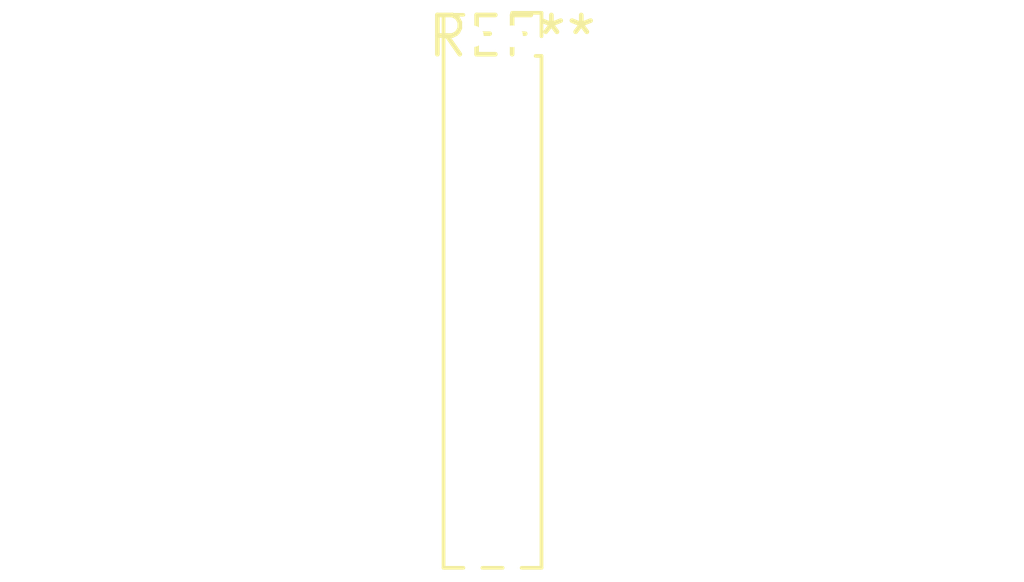
<source format=kicad_pcb>
(kicad_pcb (version 20240108) (generator pcbnew)
  (layers (0 "F.Cu" signal) (31 "B.Cu" signal) (34 "B.Paste" user) (35 "F.Paste" user) (36 "B.SilkS" user "B.Silkscreen") (37 "F.SilkS" user "F.Silkscreen") (38 "B.Mask" user) (39 "F.Mask" user) (44 "Edge.Cuts" user))
  (net 0 "")
  (footprint "PinSocket_2x14_P1.27mm_Vertical" (layer "F.Cu") (at 0 0)
    (property "Reference" "REF**")
    (property "Value" "PinSocket_2x14_P1.27mm_Vertical")
    (fp_line (start -2.22 -0.695) (end -2.22 17.205) (layer "F.SilkS") (stroke (width 0.12)))
    (fp_line (start -2.22 -0.695) (end -1.57753 -0.695) (layer "F.SilkS") (stroke (width 0.12)))
    (fp_line (start -2.22 17.205) (end -1.57753 17.205) (layer "F.SilkS") (stroke (width 0.12)))
    (fp_line (start -0.96247 -0.695) (end -0.76 -0.695) (layer "F.SilkS") (stroke (width 0.12)))
    (fp_line (start -0.96247 17.205) (end -0.30753 17.205) (layer "F.SilkS") (stroke (width 0.12)))
    (fp_line (start 0 -0.76) (end 0.95 -0.76) (layer "F.SilkS") (stroke (width 0.12)))
    (fp_line (start 0.30753 17.205) (end 0.95 17.205) (layer "F.SilkS") (stroke (width 0.12)))
    (fp_line (start 0.76 0.635) (end 0.95 0.635) (layer "F.SilkS") (stroke (width 0.12)))
    (fp_line (start 0.95 -0.76) (end 0.95 0) (layer "F.SilkS") (stroke (width 0.12)))
    (fp_line (start 0.95 0.635) (end 0.95 17.205) (layer "F.SilkS") (stroke (width 0.12)))
    (pad "1" thru_hole rect (at 0 0) (size 1 1) (drill 0.7) (layers *.Cu *.Mask) (remove_unused_layers))
    (pad "2" thru_hole oval (at -1.27 0) (size 1 1) (drill 0.7) (layers *.Cu *.Mask) (remove_unused_layers))
    (pad "3" thru_hole oval (at 0 1.27) (size 1 1) (drill 0.7) (layers *.Cu *.Mask) (remove_unused_layers))
    (pad "4" thru_hole oval (at -1.27 1.27) (size 1 1) (drill 0.7) (layers *.Cu *.Mask) (remove_unused_layers))
    (pad "5" thru_hole oval (at 0 2.54) (size 1 1) (drill 0.7) (layers *.Cu *.Mask) (remove_unused_layers))
    (pad "6" thru_hole oval (at -1.27 2.54) (size 1 1) (drill 0.7) (layers *.Cu *.Mask) (remove_unused_layers))
    (pad "7" thru_hole oval (at 0 3.81) (size 1 1) (drill 0.7) (layers *.Cu *.Mask) (remove_unused_layers))
    (pad "8" thru_hole oval (at -1.27 3.81) (size 1 1) (drill 0.7) (layers *.Cu *.Mask) (remove_unused_layers))
    (pad "9" thru_hole oval (at 0 5.08) (size 1 1) (drill 0.7) (layers *.Cu *.Mask) (remove_unused_layers))
    (pad "10" thru_hole oval (at -1.27 5.08) (size 1 1) (drill 0.7) (layers *.Cu *.Mask) (remove_unused_layers))
    (pad "11" thru_hole oval (at 0 6.35) (size 1 1) (drill 0.7) (layers *.Cu *.Mask) (remove_unused_layers))
    (pad "12" thru_hole oval (at -1.27 6.35) (size 1 1) (drill 0.7) (layers *.Cu *.Mask) (remove_unused_layers))
    (pad "13" thru_hole oval (at 0 7.62) (size 1 1) (drill 0.7) (layers *.Cu *.Mask) (remove_unused_layers))
    (pad "14" thru_hole oval (at -1.27 7.62) (size 1 1) (drill 0.7) (layers *.Cu *.Mask) (remove_unused_layers))
    (pad "15" thru_hole oval (at 0 8.89) (size 1 1) (drill 0.7) (layers *.Cu *.Mask) (remove_unused_layers))
    (pad "16" thru_hole oval (at -1.27 8.89) (size 1 1) (drill 0.7) (layers *.Cu *.Mask) (remove_unused_layers))
    (pad "17" thru_hole oval (at 0 10.16) (size 1 1) (drill 0.7) (layers *.Cu *.Mask) (remove_unused_layers))
    (pad "18" thru_hole oval (at -1.27 10.16) (size 1 1) (drill 0.7) (layers *.Cu *.Mask) (remove_unused_layers))
    (pad "19" thru_hole oval (at 0 11.43) (size 1 1) (drill 0.7) (layers *.Cu *.Mask) (remove_unused_layers))
    (pad "20" thru_hole oval (at -1.27 11.43) (size 1 1) (drill 0.7) (layers *.Cu *.Mask) (remove_unused_layers))
    (pad "21" thru_hole oval (at 0 12.7) (size 1 1) (drill 0.7) (layers *.Cu *.Mask) (remove_unused_layers))
    (pad "22" thru_hole oval (at -1.27 12.7) (size 1 1) (drill 0.7) (layers *.Cu *.Mask) (remove_unused_layers))
    (pad "23" thru_hole oval (at 0 13.97) (size 1 1) (drill 0.7) (layers *.Cu *.Mask) (remove_unused_layers))
    (pad "24" thru_hole oval (at -1.27 13.97) (size 1 1) (drill 0.7) (layers *.Cu *.Mask) (remove_unused_layers))
    (pad "25" thru_hole oval (at 0 15.24) (size 1 1) (drill 0.7) (layers *.Cu *.Mask) (remove_unused_layers))
    (pad "26" thru_hole oval (at -1.27 15.24) (size 1 1) (drill 0.7) (layers *.Cu *.Mask) (remove_unused_layers))
    (pad "27" thru_hole oval (at 0 16.51) (size 1 1) (drill 0.7) (layers *.Cu *.Mask) (remove_unused_layers))
    (pad "28" thru_hole oval (at -1.27 16.51) (size 1 1) (drill 0.7) (layers *.Cu *.Mask) (remove_unused_layers))
  )
)
</source>
